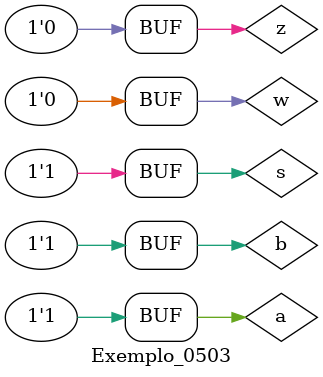
<source format=v>


module Exemplo_0503();

//-------------------- definir dados 
reg a;
reg b;

wire w, z, s;

//--------------------- definir quatro instancias nor 

nor U1 (w, a);
nor U2 (z, b);
nor U3 (s, w, z);
nor U4 (s, z, w);

//--------------------- parte principal 

initial 
begin : main 
   $display("Exemplo_0503 - Matheus Santos Rosa Carneiro - 613414");
   $display("Test module 503");
   // projetar testes do modulo
   $monitor("a = %4b b = %4b s = %4b", a, b, s); 

   a = 1'b0; b = 1'b0;

#1 a = 1'b0; b = 1'b1;
#1 a = 1'b1; b = 1'b0;
#1 a = 1'b1; b = 1'b1;

end

endmodule // Exemplo_0503()  



</source>
